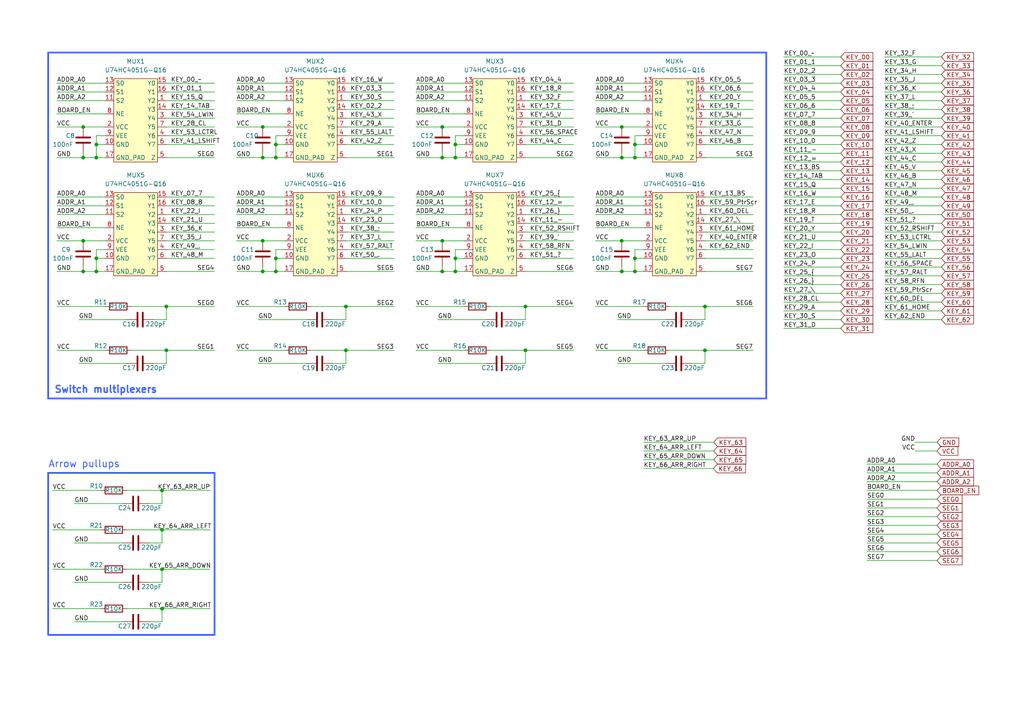
<source format=kicad_sch>
(kicad_sch (version 20231120) (generator "eeschema") (generator_version "8.0")
  (paper "A4")
  (lib_symbols
    (symbol "Device:C" (pin_numbers hide) (pin_names (offset 0.254))
      (property "Reference" "C" (at 0.635 2.54 0))
      (property "Value" "C" (at 0.635 -2.54 0))
      (symbol "C_0_1"
        (polyline (pts (xy -2.032 -0.762) (xy 2.032 -0.762)) (stroke (width 0.508)))
        (polyline (pts (xy -2.032 0.762) (xy 2.032 0.762)) (stroke (width 0.508)))
      )
      (symbol "C_1_1"
        (pin passive line (at 0 3.81 270) (length 2.794) (name "~") (number "1"))
        (pin passive line (at 0 -3.81 90) (length 2.794) (name "~") (number "2"))
      )
    )
    (symbol "Device:R" (pin_numbers hide) (pin_names (offset 0))
      (property "Reference" "R" (at 2.032 0 90))
      (property "Value" "R" (at 0 0 90))
      (symbol "R_0_1"
        (rectangle (start -1.016 -2.54) (end 1.016 2.54) (stroke (width 0.254)))
      )
      (symbol "R_1_1"
        (pin passive line (at 0 3.81 270) (length 1.27) (name "~") (number "1"))
        (pin passive line (at 0 -3.81 90) (length 1.27) (name "~") (number "2"))
      )
    )
    (symbol "U74HC4051G-Q16-3030-R:U74HC4051G-Q16-3030-R"
      (property "Reference" "MUX?" (at -6.35 6.35 0))
      (property "Value" "U74HC4051G-Q16" (at -6.35 8.89 0))
      (symbol "U74HC4051G-Q16-3030-R_0_1"
        (rectangle (start -5.08 5.08) (end -5.08 5.08))
        (rectangle (start -5.08 5.08) (end -5.08 5.08))
        (rectangle (start -5.08 5.08) (end -5.08 5.08))
        (rectangle (start -1.27 5.08) (end -1.27 5.08))
      )
      (symbol "U74HC4051G-Q16-3030-R_1_1"
        (rectangle (start -6.35 5.08) (end 6.35 -19.05) (fill (type background)))
        (pin bidirectional line (at 8.89 -1.27 180) (length 2.54) (name "Y2") (number "1"))
        (pin input line (at -8.89 -13.97 0) (length 2.54) (name "GND") (number "10"))
        (pin input line (at -8.89 -1.27 0) (length 2.54) (name "S2") (number "11"))
        (pin input line (at -8.89 1.27 0) (length 2.54) (name "S1") (number "12"))
        (pin input line (at -8.89 3.81 0) (length 2.54) (name "S0") (number "13"))
        (pin bidirectional line (at 8.89 -3.81 180) (length 2.54) (name "Y3") (number "14"))
        (pin bidirectional line (at 8.89 3.81 180) (length 2.54) (name "Y0") (number "15"))
        (pin bidirectional line (at 8.89 1.27 180) (length 2.54) (name "Y1") (number "16"))
        (pin bidirectional line (at -8.89 -17.78 0) (length 2.54) (name "GND_PAD") (number "17"))
        (pin input line (at -8.89 -8.89 0) (length 2.54) (name "VCC") (number "2"))
        (pin bidirectional line (at 8.89 -6.35 180) (length 2.54) (name "Y4") (number "3"))
        (pin bidirectional line (at 8.89 -11.43 180) (length 2.54) (name "Y6") (number "4"))
        (pin bidirectional line (at 8.89 -17.78 180) (length 2.54) (name "Z") (number "5"))
        (pin bidirectional line (at 8.89 -13.97 180) (length 2.54) (name "Y7") (number "6"))
        (pin bidirectional line (at 8.89 -8.89 180) (length 2.54) (name "Y5") (number "7"))
        (pin input line (at -8.89 -5.08 0) (length 2.54) (name "NE") (number "8"))
        (pin input line (at -8.89 -11.43 0) (length 2.54) (name "VEE") (number "9"))
      )
    )
  )
  (junction (at 152.4 101.6))
  (junction (at 27.94 45.72))
  (junction (at 132.08 45.72))
  (junction (at 132.08 41.91))
  (junction (at 76.2 78.74))
  (junction (at 184.15 45.72))
  (junction (at 46.99 142.24))
  (junction (at 180.34 36.83))
  (junction (at 24.13 78.74))
  (junction (at 76.2 45.72))
  (junction (at 100.33 101.6))
  (junction (at 24.13 69.85))
  (junction (at 180.34 69.85))
  (junction (at 132.08 74.93))
  (junction (at 24.13 36.83))
  (junction (at 204.47 101.6))
  (junction (at 184.15 41.91))
  (junction (at 27.94 78.74))
  (junction (at 152.4 88.9))
  (junction (at 48.26 88.9))
  (junction (at 46.99 153.67))
  (junction (at 128.27 36.83))
  (junction (at 180.34 78.74))
  (junction (at 204.47 88.9))
  (junction (at 27.94 74.93))
  (junction (at 46.99 165.1))
  (junction (at 80.01 74.93))
  (junction (at 184.15 78.74))
  (junction (at 76.2 69.85))
  (junction (at 80.01 45.72))
  (junction (at 27.94 41.91))
  (junction (at 24.13 45.72))
  (junction (at 132.08 78.74))
  (junction (at 80.01 41.91))
  (junction (at 48.26 101.6))
  (junction (at 184.15 74.93))
  (junction (at 128.27 69.85))
  (junction (at 180.34 45.72))
  (junction (at 128.27 78.74))
  (junction (at 100.33 88.9))
  (junction (at 80.01 78.74))
  (junction (at 128.27 45.72))
  (junction (at 46.99 176.53))
  (junction (at 76.2 36.83))
  (wire (pts (xy 227.33 54.61) (xy 243.84 54.61)))
  (wire (pts (xy 68.58 88.9) (xy 82.55 88.9)))
  (wire (pts (xy 48.26 101.6) (xy 62.23 101.6)))
  (wire (pts (xy 16.51 36.83) (xy 24.13 36.83)))
  (wire (pts (xy 251.46 160.02) (xy 271.78 160.02)))
  (wire (pts (xy 80.01 41.91) (xy 80.01 45.72)))
  (wire (pts (xy 132.08 41.91) (xy 132.08 45.72)))
  (wire (pts (xy 227.33 26.67) (xy 243.84 26.67)))
  (wire (pts (xy 16.51 59.69) (xy 30.48 59.69)))
  (wire (pts (xy 100.33 101.6) (xy 100.33 105.41)))
  (wire (pts (xy 227.33 29.21) (xy 243.84 29.21)))
  (wire (pts (xy 90.17 88.9) (xy 100.33 88.9)))
  (wire (pts (xy 186.69 128.27) (xy 207.01 128.27)))
  (wire (pts (xy 46.99 146.05) (xy 46.99 142.24)))
  (wire (pts (xy 48.26 105.41) (xy 48.26 101.6)))
  (wire (pts (xy 184.15 74.93) (xy 184.15 78.74)))
  (wire (pts (xy 132.08 78.74) (xy 134.62 78.74)))
  (wire (pts (xy 120.65 36.83) (xy 128.27 36.83)))
  (wire (pts (xy 256.54 29.21) (xy 273.05 29.21)))
  (wire (pts (xy 80.01 39.37) (xy 80.01 41.91)))
  (wire (pts (xy 256.54 69.85) (xy 273.05 69.85)))
  (wire (pts (xy 227.33 95.25) (xy 243.84 95.25)))
  (wire (pts (xy 120.65 33.02) (xy 134.62 33.02)))
  (wire (pts (xy 48.26 45.72) (xy 62.23 45.72)))
  (wire (pts (xy 134.62 39.37) (xy 132.08 39.37)))
  (wire (pts (xy 256.54 59.69) (xy 273.05 59.69)))
  (wire (pts (xy 256.54 26.67) (xy 273.05 26.67)))
  (wire (pts (xy 180.34 36.83) (xy 186.69 36.83)))
  (wire (pts (xy 152.4 101.6) (xy 152.4 105.41)))
  (wire (pts (xy 152.4 88.9) (xy 166.37 88.9)))
  (wire (pts (xy 152.4 29.21) (xy 166.37 29.21)))
  (wire (pts (xy 204.47 101.6) (xy 218.44 101.6)))
  (wire (pts (xy 100.33 59.69) (xy 114.3 59.69)))
  (wire (pts (xy 271.78 128.27) (xy 265.43 128.27)))
  (wire (pts (xy 152.4 74.93) (xy 166.37 74.93)))
  (wire (pts (xy 256.54 31.75) (xy 273.05 31.75)))
  (wire (pts (xy 100.33 88.9) (xy 114.3 88.9)))
  (wire (pts (xy 46.99 180.34) (xy 46.99 176.53)))
  (wire (pts (xy 148.59 92.71) (xy 152.4 92.71)))
  (wire (pts (xy 16.51 69.85) (xy 24.13 69.85)))
  (wire (pts (xy 152.4 41.91) (xy 166.37 41.91)))
  (wire (pts (xy 16.51 62.23) (xy 30.48 62.23)))
  (wire (pts (xy 16.51 66.04) (xy 30.48 66.04)))
  (wire (pts (xy 256.54 24.13) (xy 273.05 24.13)))
  (wire (pts (xy 152.4 34.29) (xy 166.37 34.29)))
  (wire (pts (xy 256.54 62.23) (xy 273.05 62.23)))
  (wire (pts (xy 76.2 45.72) (xy 80.01 45.72)))
  (wire (pts (xy 76.2 69.85) (xy 82.55 69.85)))
  (wire (pts (xy 16.51 101.6) (xy 30.48 101.6)))
  (wire (pts (xy 21.59 168.91) (xy 35.56 168.91)))
  (wire (pts (xy 128.27 44.45) (xy 128.27 45.72)))
  (wire (pts (xy 227.33 24.13) (xy 243.84 24.13)))
  (wire (pts (xy 120.65 66.04) (xy 134.62 66.04)))
  (wire (pts (xy 68.58 33.02) (xy 82.55 33.02)))
  (wire (pts (xy 48.26 34.29) (xy 62.23 34.29)))
  (wire (pts (xy 184.15 45.72) (xy 186.69 45.72)))
  (wire (pts (xy 80.01 74.93) (xy 82.55 74.93)))
  (wire (pts (xy 27.94 74.93) (xy 30.48 74.93)))
  (wire (pts (xy 21.59 180.34) (xy 35.56 180.34)))
  (wire (pts (xy 68.58 66.04) (xy 82.55 66.04)))
  (wire (pts (xy 38.1 101.6) (xy 48.26 101.6)))
  (wire (pts (xy 256.54 36.83) (xy 273.05 36.83)))
  (wire (pts (xy 68.58 29.21) (xy 82.55 29.21)))
  (wire (pts (xy 251.46 162.56) (xy 271.78 162.56)))
  (wire (pts (xy 180.34 78.74) (xy 184.15 78.74)))
  (wire (pts (xy 128.27 78.74) (xy 132.08 78.74)))
  (wire (pts (xy 48.26 24.13) (xy 62.23 24.13)))
  (wire (pts (xy 204.47 62.23) (xy 218.44 62.23)))
  (wire (pts (xy 256.54 90.17) (xy 273.05 90.17)))
  (wire (pts (xy 100.33 72.39) (xy 114.3 72.39)))
  (wire (pts (xy 251.46 154.94) (xy 271.78 154.94)))
  (wire (pts (xy 184.15 74.93) (xy 186.69 74.93)))
  (wire (pts (xy 128.27 77.47) (xy 128.27 78.74)))
  (wire (pts (xy 186.69 130.81) (xy 207.01 130.81)))
  (wire (pts (xy 100.33 29.21) (xy 114.3 29.21)))
  (wire (pts (xy 68.58 62.23) (xy 82.55 62.23)))
  (wire (pts (xy 46.99 142.24) (xy 60.96 142.24)))
  (wire (pts (xy 256.54 46.99) (xy 273.05 46.99)))
  (wire (pts (xy 22.86 105.41) (xy 36.83 105.41)))
  (wire (pts (xy 179.07 92.71) (xy 193.04 92.71)))
  (wire (pts (xy 120.65 57.15) (xy 134.62 57.15)))
  (wire (pts (xy 172.72 69.85) (xy 180.34 69.85)))
  (wire (pts (xy 80.01 45.72) (xy 82.55 45.72)))
  (wire (pts (xy 48.26 26.67) (xy 62.23 26.67)))
  (wire (pts (xy 204.47 78.74) (xy 218.44 78.74)))
  (wire (pts (xy 16.51 33.02) (xy 30.48 33.02)))
  (wire (pts (xy 204.47 31.75) (xy 218.44 31.75)))
  (wire (pts (xy 204.47 72.39) (xy 218.44 72.39)))
  (wire (pts (xy 15.24 165.1) (xy 29.21 165.1)))
  (wire (pts (xy 204.47 69.85) (xy 218.44 69.85)))
  (wire (pts (xy 152.4 59.69) (xy 166.37 59.69)))
  (wire (pts (xy 24.13 45.72) (xy 27.94 45.72)))
  (wire (pts (xy 68.58 24.13) (xy 82.55 24.13)))
  (wire (pts (xy 227.33 69.85) (xy 243.84 69.85)))
  (wire (pts (xy 186.69 135.89) (xy 207.01 135.89)))
  (wire (pts (xy 256.54 77.47) (xy 273.05 77.47)))
  (wire (pts (xy 204.47 64.77) (xy 218.44 64.77)))
  (wire (pts (xy 184.15 39.37) (xy 184.15 41.91)))
  (wire (pts (xy 36.83 153.67) (xy 46.99 153.67)))
  (wire (pts (xy 16.51 45.72) (xy 24.13 45.72)))
  (wire (pts (xy 256.54 16.51) (xy 273.05 16.51)))
  (wire (pts (xy 48.26 69.85) (xy 62.23 69.85)))
  (wire (pts (xy 256.54 67.31) (xy 273.05 67.31)))
  (wire (pts (xy 80.01 78.74) (xy 82.55 78.74)))
  (wire (pts (xy 227.33 90.17) (xy 243.84 90.17)))
  (wire (pts (xy 120.65 26.67) (xy 134.62 26.67)))
  (wire (pts (xy 251.46 157.48) (xy 271.78 157.48)))
  (wire (pts (xy 227.33 49.53) (xy 243.84 49.53)))
  (wire (pts (xy 24.13 69.85) (xy 30.48 69.85)))
  (wire (pts (xy 148.59 105.41) (xy 152.4 105.41)))
  (wire (pts (xy 48.26 36.83) (xy 62.23 36.83)))
  (wire (pts (xy 184.15 72.39) (xy 184.15 74.93)))
  (wire (pts (xy 100.33 34.29) (xy 114.3 34.29)))
  (wire (pts (xy 227.33 31.75) (xy 243.84 31.75)))
  (wire (pts (xy 204.47 41.91) (xy 218.44 41.91)))
  (wire (pts (xy 152.4 64.77) (xy 166.37 64.77)))
  (wire (pts (xy 48.26 92.71) (xy 48.26 88.9)))
  (wire (pts (xy 16.51 26.67) (xy 30.48 26.67)))
  (wire (pts (xy 132.08 74.93) (xy 134.62 74.93)))
  (wire (pts (xy 68.58 45.72) (xy 76.2 45.72)))
  (wire (pts (xy 24.13 44.45) (xy 24.13 45.72)))
  (wire (pts (xy 204.47 26.67) (xy 218.44 26.67)))
  (wire (pts (xy 227.33 44.45) (xy 243.84 44.45)))
  (wire (pts (xy 227.33 41.91) (xy 243.84 41.91)))
  (wire (pts (xy 100.33 62.23) (xy 114.3 62.23)))
  (wire (pts (xy 68.58 78.74) (xy 76.2 78.74)))
  (wire (pts (xy 80.01 74.93) (xy 80.01 78.74)))
  (wire (pts (xy 256.54 57.15) (xy 273.05 57.15)))
  (wire (pts (xy 120.65 101.6) (xy 134.62 101.6)))
  (wire (pts (xy 256.54 92.71) (xy 273.05 92.71)))
  (wire (pts (xy 76.2 36.83) (xy 82.55 36.83)))
  (wire (pts (xy 186.69 72.39) (xy 184.15 72.39)))
  (wire (pts (xy 251.46 152.4) (xy 271.78 152.4)))
  (wire (pts (xy 48.26 59.69) (xy 62.23 59.69)))
  (wire (pts (xy 180.34 69.85) (xy 186.69 69.85)))
  (wire (pts (xy 100.33 39.37) (xy 114.3 39.37)))
  (wire (pts (xy 152.4 39.37) (xy 166.37 39.37)))
  (wire (pts (xy 16.51 29.21) (xy 30.48 29.21)))
  (wire (pts (xy 74.93 105.41) (xy 88.9 105.41)))
  (wire (pts (xy 251.46 137.16) (xy 271.78 137.16)))
  (wire (pts (xy 227.33 77.47) (xy 243.84 77.47)))
  (wire (pts (xy 256.54 39.37) (xy 273.05 39.37)))
  (wire (pts (xy 204.47 45.72) (xy 218.44 45.72)))
  (wire (pts (xy 27.94 74.93) (xy 27.94 78.74)))
  (wire (pts (xy 43.18 180.34) (xy 46.99 180.34)))
  (wire (pts (xy 48.26 39.37) (xy 62.23 39.37)))
  (wire (pts (xy 227.33 19.05) (xy 243.84 19.05)))
  (wire (pts (xy 204.47 29.21) (xy 218.44 29.21)))
  (wire (pts (xy 68.58 101.6) (xy 82.55 101.6)))
  (wire (pts (xy 27.94 41.91) (xy 27.94 45.72)))
  (wire (pts (xy 82.55 39.37) (xy 80.01 39.37)))
  (wire (pts (xy 128.27 69.85) (xy 134.62 69.85)))
  (wire (pts (xy 68.58 26.67) (xy 82.55 26.67)))
  (wire (pts (xy 172.72 33.02) (xy 186.69 33.02)))
  (wire (pts (xy 152.4 36.83) (xy 166.37 36.83)))
  (wire (pts (xy 256.54 72.39) (xy 273.05 72.39)))
  (wire (pts (xy 48.26 88.9) (xy 62.23 88.9)))
  (wire (pts (xy 16.51 57.15) (xy 30.48 57.15)))
  (wire (pts (xy 152.4 101.6) (xy 166.37 101.6)))
  (wire (pts (xy 180.34 77.47) (xy 180.34 78.74)))
  (wire (pts (xy 172.72 101.6) (xy 186.69 101.6)))
  (wire (pts (xy 251.46 144.78) (xy 271.78 144.78)))
  (wire (pts (xy 152.4 62.23) (xy 166.37 62.23)))
  (wire (pts (xy 186.69 39.37) (xy 184.15 39.37)))
  (wire (pts (xy 227.33 92.71) (xy 243.84 92.71)))
  (wire (pts (xy 100.33 45.72) (xy 114.3 45.72)))
  (wire (pts (xy 127 92.71) (xy 140.97 92.71)))
  (wire (pts (xy 100.33 64.77) (xy 114.3 64.77)))
  (wire (pts (xy 16.51 88.9) (xy 30.48 88.9)))
  (wire (pts (xy 15.24 153.67) (xy 29.21 153.67)))
  (wire (pts (xy 200.66 105.41) (xy 204.47 105.41)))
  (wire (pts (xy 172.72 78.74) (xy 180.34 78.74)))
  (wire (pts (xy 251.46 142.24) (xy 271.78 142.24)))
  (wire (pts (xy 48.26 41.91) (xy 62.23 41.91)))
  (wire (pts (xy 27.94 41.91) (xy 30.48 41.91)))
  (wire (pts (xy 120.65 29.21) (xy 134.62 29.21)))
  (wire (pts (xy 46.99 176.53) (xy 60.96 176.53)))
  (wire (pts (xy 194.31 88.9) (xy 204.47 88.9)))
  (wire (pts (xy 100.33 67.31) (xy 114.3 67.31)))
  (wire (pts (xy 38.1 88.9) (xy 48.26 88.9)))
  (wire (pts (xy 27.94 72.39) (xy 27.94 74.93)))
  (wire (pts (xy 256.54 85.09) (xy 273.05 85.09)))
  (wire (pts (xy 27.94 45.72) (xy 30.48 45.72)))
  (wire (pts (xy 142.24 101.6) (xy 152.4 101.6)))
  (wire (pts (xy 152.4 24.13) (xy 166.37 24.13)))
  (wire (pts (xy 172.72 59.69) (xy 186.69 59.69)))
  (wire (pts (xy 186.69 133.35) (xy 207.01 133.35)))
  (wire (pts (xy 172.72 36.83) (xy 180.34 36.83)))
  (wire (pts (xy 227.33 21.59) (xy 243.84 21.59)))
  (wire (pts (xy 256.54 49.53) (xy 273.05 49.53)))
  (wire (pts (xy 227.33 57.15) (xy 243.84 57.15)))
  (wire (pts (xy 180.34 44.45) (xy 180.34 45.72)))
  (wire (pts (xy 251.46 134.62) (xy 271.78 134.62)))
  (wire (pts (xy 24.13 78.74) (xy 27.94 78.74)))
  (wire (pts (xy 80.01 72.39) (xy 80.01 74.93)))
  (wire (pts (xy 227.33 87.63) (xy 243.84 87.63)))
  (wire (pts (xy 152.4 88.9) (xy 152.4 92.71)))
  (wire (pts (xy 46.99 153.67) (xy 60.96 153.67)))
  (wire (pts (xy 46.99 157.48) (xy 46.99 153.67)))
  (wire (pts (xy 48.26 57.15) (xy 62.23 57.15)))
  (wire (pts (xy 172.72 29.21) (xy 186.69 29.21)))
  (wire (pts (xy 36.83 142.24) (xy 46.99 142.24)))
  (wire (pts (xy 15.24 142.24) (xy 29.21 142.24)))
  (wire (pts (xy 21.59 157.48) (xy 35.56 157.48)))
  (wire (pts (xy 46.99 168.91) (xy 46.99 165.1)))
  (wire (pts (xy 16.51 24.13) (xy 30.48 24.13)))
  (wire (pts (xy 256.54 52.07) (xy 273.05 52.07)))
  (wire (pts (xy 180.34 45.72) (xy 184.15 45.72)))
  (wire (pts (xy 256.54 19.05) (xy 273.05 19.05)))
  (wire (pts (xy 204.47 59.69) (xy 218.44 59.69)))
  (wire (pts (xy 27.94 39.37) (xy 27.94 41.91)))
  (wire (pts (xy 172.72 57.15) (xy 186.69 57.15)))
  (wire (pts (xy 184.15 78.74) (xy 186.69 78.74)))
  (wire (pts (xy 152.4 31.75) (xy 166.37 31.75)))
  (wire (pts (xy 172.72 66.04) (xy 186.69 66.04)))
  (wire (pts (xy 48.26 62.23) (xy 62.23 62.23)))
  (wire (pts (xy 251.46 147.32) (xy 271.78 147.32)))
  (wire (pts (xy 43.18 146.05) (xy 46.99 146.05)))
  (wire (pts (xy 100.33 36.83) (xy 114.3 36.83)))
  (wire (pts (xy 30.48 72.39) (xy 27.94 72.39)))
  (wire (pts (xy 172.72 45.72) (xy 180.34 45.72)))
  (wire (pts (xy 204.47 67.31) (xy 218.44 67.31)))
  (wire (pts (xy 152.4 57.15) (xy 166.37 57.15)))
  (wire (pts (xy 227.33 34.29) (xy 243.84 34.29)))
  (wire (pts (xy 256.54 21.59) (xy 273.05 21.59)))
  (wire (pts (xy 68.58 57.15) (xy 82.55 57.15)))
  (wire (pts (xy 48.26 64.77) (xy 62.23 64.77)))
  (wire (pts (xy 68.58 69.85) (xy 76.2 69.85)))
  (wire (pts (xy 120.65 88.9) (xy 134.62 88.9)))
  (wire (pts (xy 74.93 92.71) (xy 88.9 92.71)))
  (wire (pts (xy 256.54 74.93) (xy 273.05 74.93)))
  (wire (pts (xy 43.18 157.48) (xy 46.99 157.48)))
  (wire (pts (xy 271.78 130.81) (xy 265.43 130.81)))
  (wire (pts (xy 204.47 34.29) (xy 218.44 34.29)))
  (wire (pts (xy 204.47 36.83) (xy 218.44 36.83)))
  (wire (pts (xy 142.24 88.9) (xy 152.4 88.9)))
  (wire (pts (xy 256.54 82.55) (xy 273.05 82.55)))
  (wire (pts (xy 48.26 67.31) (xy 62.23 67.31)))
  (wire (pts (xy 132.08 39.37) (xy 132.08 41.91)))
  (wire (pts (xy 24.13 77.47) (xy 24.13 78.74)))
  (wire (pts (xy 204.47 88.9) (xy 204.47 92.71)))
  (wire (pts (xy 184.15 41.91) (xy 186.69 41.91)))
  (wire (pts (xy 194.31 101.6) (xy 204.47 101.6)))
  (wire (pts (xy 22.86 92.71) (xy 36.83 92.71)))
  (wire (pts (xy 15.24 176.53) (xy 29.21 176.53)))
  (wire (pts (xy 120.65 69.85) (xy 128.27 69.85)))
  (wire (pts (xy 256.54 41.91) (xy 273.05 41.91)))
  (wire (pts (xy 227.33 62.23) (xy 243.84 62.23)))
  (wire (pts (xy 256.54 80.01) (xy 273.05 80.01)))
  (wire (pts (xy 227.33 82.55) (xy 243.84 82.55)))
  (wire (pts (xy 120.65 45.72) (xy 128.27 45.72)))
  (wire (pts (xy 44.45 105.41) (xy 48.26 105.41)))
  (wire (pts (xy 132.08 72.39) (xy 132.08 74.93)))
  (wire (pts (xy 204.47 101.6) (xy 204.47 105.41)))
  (wire (pts (xy 43.18 168.91) (xy 46.99 168.91)))
  (wire (pts (xy 227.33 72.39) (xy 243.84 72.39)))
  (wire (pts (xy 48.26 74.93) (xy 62.23 74.93)))
  (wire (pts (xy 227.33 16.51) (xy 243.84 16.51)))
  (wire (pts (xy 48.26 78.74) (xy 62.23 78.74)))
  (wire (pts (xy 48.26 29.21) (xy 62.23 29.21)))
  (wire (pts (xy 204.47 24.13) (xy 218.44 24.13)))
  (wire (pts (xy 120.65 59.69) (xy 134.62 59.69)))
  (wire (pts (xy 100.33 26.67) (xy 114.3 26.67)))
  (wire (pts (xy 152.4 45.72) (xy 166.37 45.72)))
  (wire (pts (xy 227.33 67.31) (xy 243.84 67.31)))
  (wire (pts (xy 227.33 64.77) (xy 243.84 64.77)))
  (wire (pts (xy 204.47 57.15) (xy 218.44 57.15)))
  (wire (pts (xy 48.26 72.39) (xy 62.23 72.39)))
  (wire (pts (xy 256.54 87.63) (xy 273.05 87.63)))
  (wire (pts (xy 134.62 72.39) (xy 132.08 72.39)))
  (wire (pts (xy 100.33 88.9) (xy 100.33 92.71)))
  (wire (pts (xy 127 105.41) (xy 140.97 105.41)))
  (wire (pts (xy 256.54 64.77) (xy 273.05 64.77)))
  (wire (pts (xy 48.26 31.75) (xy 62.23 31.75)))
  (wire (pts (xy 100.33 31.75) (xy 114.3 31.75)))
  (wire (pts (xy 36.83 165.1) (xy 46.99 165.1)))
  (wire (pts (xy 152.4 26.67) (xy 166.37 26.67)))
  (wire (pts (xy 100.33 74.93) (xy 114.3 74.93)))
  (wire (pts (xy 100.33 57.15) (xy 114.3 57.15)))
  (wire (pts (xy 30.48 39.37) (xy 27.94 39.37)))
  (wire (pts (xy 256.54 44.45) (xy 273.05 44.45)))
  (wire (pts (xy 100.33 24.13) (xy 114.3 24.13)))
  (wire (pts (xy 256.54 34.29) (xy 273.05 34.29)))
  (wire (pts (xy 227.33 46.99) (xy 243.84 46.99)))
  (wire (pts (xy 204.47 39.37) (xy 218.44 39.37)))
  (wire (pts (xy 227.33 39.37) (xy 243.84 39.37)))
  (wire (pts (xy 24.13 36.83) (xy 30.48 36.83)))
  (wire (pts (xy 200.66 92.71) (xy 204.47 92.71)))
  (wire (pts (xy 46.99 165.1) (xy 60.96 165.1)))
  (wire (pts (xy 227.33 52.07) (xy 243.84 52.07)))
  (wire (pts (xy 256.54 54.61) (xy 273.05 54.61)))
  (wire (pts (xy 36.83 176.53) (xy 46.99 176.53)))
  (wire (pts (xy 152.4 69.85) (xy 166.37 69.85)))
  (wire (pts (xy 204.47 88.9) (xy 218.44 88.9)))
  (wire (pts (xy 227.33 74.93) (xy 243.84 74.93)))
  (wire (pts (xy 251.46 149.86) (xy 271.78 149.86)))
  (wire (pts (xy 179.07 105.41) (xy 193.04 105.41)))
  (wire (pts (xy 132.08 45.72) (xy 134.62 45.72)))
  (wire (pts (xy 120.65 78.74) (xy 128.27 78.74)))
  (wire (pts (xy 21.59 146.05) (xy 35.56 146.05)))
  (wire (pts (xy 128.27 36.83) (xy 134.62 36.83)))
  (wire (pts (xy 227.33 59.69) (xy 243.84 59.69)))
  (wire (pts (xy 100.33 78.74) (xy 114.3 78.74)))
  (wire (pts (xy 172.72 26.67) (xy 186.69 26.67)))
  (wire (pts (xy 152.4 78.74) (xy 166.37 78.74)))
  (wire (pts (xy 132.08 74.93) (xy 132.08 78.74)))
  (wire (pts (xy 120.65 24.13) (xy 134.62 24.13)))
  (wire (pts (xy 152.4 72.39) (xy 166.37 72.39)))
  (wire (pts (xy 82.55 72.39) (xy 80.01 72.39)))
  (wire (pts (xy 68.58 59.69) (xy 82.55 59.69)))
  (wire (pts (xy 96.52 92.71) (xy 100.33 92.71)))
  (wire (pts (xy 80.01 41.91) (xy 82.55 41.91)))
  (wire (pts (xy 68.58 36.83) (xy 76.2 36.83)))
  (wire (pts (xy 100.33 101.6) (xy 114.3 101.6)))
  (wire (pts (xy 251.46 139.7) (xy 271.78 139.7)))
  (wire (pts (xy 172.72 88.9) (xy 186.69 88.9)))
  (wire (pts (xy 96.52 105.41) (xy 100.33 105.41)))
  (wire (pts (xy 152.4 67.31) (xy 166.37 67.31)))
  (wire (pts (xy 76.2 77.47) (xy 76.2 78.74)))
  (wire (pts (xy 44.45 92.71) (xy 48.26 92.71)))
  (wire (pts (xy 128.27 45.72) (xy 132.08 45.72)))
  (wire (pts (xy 172.72 62.23) (xy 186.69 62.23)))
  (wire (pts (xy 100.33 41.91) (xy 114.3 41.91)))
  (wire (pts (xy 27.94 78.74) (xy 30.48 78.74)))
  (wire (pts (xy 204.47 74.93) (xy 218.44 74.93)))
  (wire (pts (xy 172.72 24.13) (xy 186.69 24.13)))
  (wire (pts (xy 184.15 41.91) (xy 184.15 45.72)))
  (wire (pts (xy 100.33 69.85) (xy 114.3 69.85)))
  (wire (pts (xy 132.08 41.91) (xy 134.62 41.91)))
  (wire (pts (xy 76.2 78.74) (xy 80.01 78.74)))
  (wire (pts (xy 227.33 80.01) (xy 243.84 80.01)))
  (wire (pts (xy 76.2 44.45) (xy 76.2 45.72)))
  (wire (pts (xy 227.33 85.09) (xy 243.84 85.09)))
  (wire (pts (xy 120.65 62.23) (xy 134.62 62.23)))
  (wire (pts (xy 16.51 78.74) (xy 24.13 78.74)))
  (wire (pts (xy 90.17 101.6) (xy 100.33 101.6)))
  (wire (pts (xy 227.33 36.83) (xy 243.84 36.83)))
  (rectangle (start 13.97 15.24) (end 222.25 115.57) (stroke (width 0.5) (color 59 93 255 1)))
  (rectangle (start 13.97 137.16) (end 62.23 184.15) (stroke (width 0.5) (color 59 93 255 1)))
  (text "Arrow pullups\n" (at 13.97 135.89 0) (effects (font (size 2 2) (thickness 0.254) (bold yes)) (justify left bottom)))
  (text "Switch multiplexers" (at 45.72 114.3 0) (effects (font (size 2 2) (thickness 0.4) (bold yes)) (justify right bottom)))
  (label "KEY_54_LWIN" (at 49.53 34.29 0))
  (label "KEY_22_I" (at 227.33 72.39 0))
  (label "KEY_40_ENTER" (at 256.54 36.83 0))
  (label "KEY_64_ARR_LEFT" (at 186.69 130.81 0))
  (label "KEY_15_Q" (at 227.33 54.61 0))
  (label "SEG6" (at 161.29 78.74 0))
  (label "KEY_65_ARR_DOWN" (at 43.18 165.1 0))
  (label "BOARD_EN" (at 251.46 142.24 0))
  (label "KEY_25_{" (at 153.67 57.15 0))
  (label "VCC" (at 265.43 130.81 180))
  (label "KEY_12_=" (at 227.33 46.99 0))
  (label "ADDR_A2" (at 172.72 29.21 0))
  (label "SEG1" (at 109.22 45.72 0))
  (label "KEY_40_ENTER" (at 205.74 69.85 0))
  (label "KEY_02_2" (at 227.33 21.59 0))
  (label "KEY_27_\\" (at 205.74 64.77 0))
  (label "KEY_56_SPACE" (at 256.54 77.47 0))
  (label "ADDR_A0" (at 16.51 24.13 0))
  (label "SEG1" (at 251.46 147.32 0))
  (label "SEG0" (at 57.15 45.72 0))
  (label "SEG6" (at 213.36 88.9 0))
  (label "KEY_34_H" (at 205.74 34.29 0))
  (label "BOARD_EN" (at 16.51 33.02 0))
  (label "KEY_36_K" (at 256.54 26.67 0))
  (label "KEY_02_2" (at 101.6 31.75 0))
  (label "KEY_27_\\" (at 227.33 85.09 0))
  (label "ADDR_A1" (at 172.72 26.67 0))
  (label "ADDR_A2" (at 120.65 29.21 0))
  (label "ADDR_A0" (at 120.65 24.13 0))
  (label "KEY_17_E" (at 153.67 31.75 0))
  (label "GND" (at 68.58 45.72 0))
  (label "KEY_15_Q" (at 49.53 29.21 0))
  (label "GND" (at 74.93 92.71 0))
  (label "VCC" (at 16.51 69.85 0))
  (label "ADDR_A0" (at 16.51 57.15 0))
  (label "VCC" (at 15.24 165.1 0))
  (label "KEY_17_E" (at 227.33 59.69 0))
  (label "KEY_63_ARR_UP" (at 45.72 142.24 0))
  (label "SEG2" (at 109.22 88.9 0))
  (label "GND" (at 127 92.71 0))
  (label "VCC" (at 172.72 69.85 0))
  (label "SEG5" (at 251.46 157.48 0))
  (label "KEY_23_O" (at 227.33 74.93 0))
  (label "ADDR_A0" (at 251.46 134.62 0))
  (label "KEY_46_B" (at 205.74 41.91 0))
  (label "KEY_05_5" (at 227.33 29.21 0))
  (label "KEY_01_1" (at 49.53 26.67 0))
  (label "VCC" (at 120.65 88.9 0))
  (label "GND" (at 21.59 180.34 0))
  (label "KEY_04_4" (at 153.67 24.13 0))
  (label "VCC" (at 172.72 88.9 0))
  (label "KEY_44_C" (at 153.67 41.91 0))
  (label "SEG7" (at 251.46 162.56 0))
  (label "ADDR_A2" (at 251.46 139.7 0))
  (label "BOARD_EN" (at 120.65 66.04 0))
  (label "KEY_28_CL" (at 227.2038 87.63 0))
  (label "KEY_10_0" (at 227.33 41.91 0))
  (label "KEY_48_M" (at 49.53 74.93 0))
  (label "SEG4" (at 161.29 88.9 0))
  (label "KEY_54_LWIN" (at 256.54 72.39 0))
  (label "ADDR_A2" (at 16.51 29.21 0))
  (label "KEY_33_G" (at 256.54 19.05 0))
  (label "SEG1" (at 57.15 101.6 0))
  (label "KEY_35_J" (at 256.54 24.13 0))
  (label "ADDR_A1" (at 16.51 26.67 0))
  (label "KEY_23_O" (at 101.6 64.77 0))
  (label "SEG3" (at 213.36 45.72 0))
  (label "ADDR_A0" (at 172.72 24.13 0))
  (label "KEY_21_U" (at 49.53 64.77 0))
  (label "KEY_09_9" (at 101.6 57.15 0))
  (label "VCC" (at 120.65 69.85 0))
  (label "KEY_47_N" (at 256.54 54.61 0))
  (label "ADDR_A1" (at 68.58 26.67 0))
  (label "KEY_07_7" (at 49.53 57.15 0))
  (label "KEY_62_END" (at 205.74 72.39 0))
  (label "SEG3" (at 109.22 101.6 0))
  (label "KEY_39_'" (at 153.67 69.85 0))
  (label "KEY_48_M" (at 256.54 57.15 0))
  (label "GND" (at 16.51 78.74 0))
  (label "BOARD_EN" (at 68.58 66.04 0))
  (label "KEY_18_R" (at 153.67 26.67 0))
  (label "KEY_45_V" (at 153.67 34.29 0))
  (label "KEY_37_L" (at 256.54 29.21 0))
  (label "GND" (at 120.65 45.72 0))
  (label "KEY_11_-" (at 153.67 64.77 0))
  (label "KEY_14_TAB" (at 49.53 31.75 0))
  (label "GND" (at 22.86 105.41 0))
  (label "SEG5" (at 109.22 78.74 0))
  (label "ADDR_A2" (at 68.58 62.23 0))
  (label "ADDR_A0" (at 172.72 57.15 0))
  (label "GND" (at 179.07 92.71 0))
  (label "KEY_35_J" (at 49.53 69.85 0))
  (label "GND" (at 21.59 168.91 0))
  (label "KEY_38_;" (at 101.6 67.31 0))
  (label "KEY_50_." (at 101.6 74.93 0))
  (label "KEY_01_1" (at 227.33 19.05 0))
  (label "KEY_52_RSHIFT" (at 153.67 67.31 0))
  (label "KEY_59_PtrScr" (at 205.74 59.69 0))
  (label "KEY_04_4" (at 227.33 26.67 0))
  (label "VCC" (at 120.65 101.6 0))
  (label "ADDR_A1" (at 120.65 26.67 0))
  (label "KEY_30_S" (at 101.6 29.21 0))
  (label "ADDR_A1" (at 120.65 59.69 0))
  (label "VCC" (at 16.51 101.6 0))
  (label "KEY_21_U" (at 227.33 69.85 0))
  (label "SEG7" (at 213.36 78.74 0))
  (label "KEY_47_N" (at 205.74 39.37 0))
  (label "KEY_13_BS" (at 227.33 49.53 0))
  (label "KEY_26_}" (at 227.33 82.55 0))
  (label "KEY_08_8" (at 227.33 36.83 0))
  (label "KEY_57_RALT" (at 101.6 72.39 0))
  (label "BOARD_EN" (at 172.72 66.04 0))
  (label "KEY_55_LALT" (at 256.54 74.93 0))
  (label "KEY_24_P" (at 101.6 62.23 0))
  (label "VCC" (at 15.24 153.67 0))
  (label "SEG7" (at 213.36 101.6 0))
  (label "KEY_66_ARR_RIGHT" (at 186.69 135.89 0))
  (label "KEY_10_0" (at 101.6 59.69 0))
  (label "GND" (at 172.72 78.74 0))
  (label "ADDR_A0" (at 120.65 57.15 0))
  (label "KEY_49_," (at 49.53 72.39 0))
  (label "VCC" (at 68.58 88.9 0))
  (label "KEY_18_R" (at 227.33 62.23 0))
  (label "VCC" (at 68.58 101.6 0))
  (label "KEY_41_LSHIFT" (at 49.53 41.91 0))
  (label "VCC" (at 68.58 69.85 0))
  (label "ADDR_A1" (at 172.72 59.69 0))
  (label "ADDR_A2" (at 120.65 62.23 0))
  (label "KEY_65_ARR_DOWN" (at 186.69 133.35 0))
  (label "VCC" (at 120.65 36.83 0))
  (label "SEG2" (at 161.29 45.72 0))
  (label "KEY_37_L" (at 101.6 69.85 0))
  (label "KEY_20_Y" (at 205.74 29.21 0))
  (label "KEY_32_F" (at 153.67 29.21 0))
  (label "KEY_45_V" (at 256.54 49.53 0))
  (label "ADDR_A1" (at 68.58 59.69 0))
  (label "ADDR_A0" (at 68.58 57.15 0))
  (label "ADDR_A1" (at 251.46 137.16 0))
  (label "KEY_43_X" (at 256.54 44.45 0))
  (label "KEY_25_{" (at 227.33 80.01 0))
  (label "KEY_55_LALT" (at 101.6 39.37 0))
  (label "KEY_63_ARR_UP" (at 186.69 128.27 0))
  (label "KEY_51_?" (at 256.54 64.77 0))
  (label "KEY_16_W" (at 101.6 24.13 0))
  (label "KEY_06_6" (at 227.33 31.75 0))
  (label "KEY_64_ARR_LEFT" (at 44.45 153.67 0))
  (label "VCC" (at 68.58 36.83 0))
  (label "KEY_61_HOME" (at 205.74 67.31 0))
  (label "KEY_31_D" (at 153.67 36.83 0))
  (label "KEY_43_X" (at 101.6 34.29 0))
  (label "KEY_03_3" (at 227.33 24.13 0))
  (label "GND" (at 21.59 157.48 0))
  (label "KEY_05_5" (at 205.74 24.13 0))
  (label "GND" (at 172.72 45.72 0))
  (label "BOARD_EN" (at 16.51 66.04 0))
  (label "KEY_46_B" (at 256.54 52.07 0))
  (label "KEY_52_RSHIFT" (at 256.54 67.31 0))
  (label "KEY_41_LSHIFT" (at 256.54 39.37 0))
  (label "VCC" (at 15.24 176.53 0))
  (label "KEY_22_I" (at 49.53 62.23 0))
  (label "KEY_08_8" (at 49.53 59.69 0))
  (label "SEG4" (at 251.46 154.94 0))
  (label "KEY_58_RFN" (at 256.54 82.55 0))
  (label "KEY_03_3" (at 101.6 26.67 0))
  (label "KEY_58_RFN" (at 153.67 72.39 0))
  (label "GND" (at 179.07 105.41 0))
  (label "KEY_62_END" (at 256.54 92.71 0))
  (label "KEY_49_," (at 256.54 59.69 0))
  (label "KEY_12_=" (at 153.67 59.69 0))
  (label "VCC" (at 16.51 36.83 0))
  (label "KEY_33_G" (at 205.74 36.83 0))
  (label "SEG6" (at 251.46 160.02 0))
  (label "BOARD_EN" (at 172.72 33.02 0))
  (label "SEG4" (at 57.15 78.74 0))
  (label "KEY_56_SPACE" (at 153.67 39.37 0))
  (label "GND" (at 21.59 146.05 0))
  (label "SEG2" (at 251.46 149.86 0))
  (label "KEY_50_." (at 256.54 62.23 0))
  (label "KEY_59_PtrScr" (at 256.54 85.09 0))
  (label "BOARD_EN" (at 68.58 33.02 0))
  (label "KEY_29_A" (at 227.33 90.17 0))
  (label "KEY_60_DEL" (at 205.74 62.23 0))
  (label "ADDR_A2" (at 16.51 62.23 0))
  (label "KEY_14_TAB" (at 227.33 52.07 0))
  (label "GND" (at 22.86 92.71 0))
  (label "KEY_20_Y" (at 227.33 67.31 0))
  (label "KEY_07_7" (at 227.33 34.29 0))
  (label "KEY_51_?" (at 153.67 74.93 0))
  (label "KEY_30_S" (at 227.33 92.71 0))
  (label "KEY_13_BS" (at 205.74 57.15 0))
  (label "GND" (at 74.93 105.41 0))
  (label "KEY_32_F" (at 256.54 16.51 0))
  (label "KEY_53_LCTRL" (at 256.54 69.85 0))
  (label "BOARD_EN" (at 120.65 33.02 0))
  (label "KEY_29_A" (at 101.6 36.83 0))
  (label "SEG5" (at 161.29 101.6 0))
  (label "SEG0" (at 251.46 144.78 0))
  (label "KEY_44_C" (at 256.54 46.99 0))
  (label "ADDR_A2" (at 172.72 62.23 0))
  (label "GND" (at 16.51 45.72 0))
  (label "GND" (at 120.65 78.74 0))
  (label "SEG0" (at 57.15 88.9 0))
  (label "KEY_19_T" (at 227.33 64.77 0))
  (label "KEY_28_CL" (at 49.53 36.83 0))
  (label "GND" (at 265.43 128.27 180))
  (label "KEY_57_RALT" (at 256.54 80.01 0))
  (label "GND" (at 127 105.41 0))
  (label "KEY_42_Z" (at 256.54 41.91 0))
  (label "KEY_61_HOME" (at 256.54 90.17 0))
  (label "KEY_19_T" (at 205.74 31.75 0))
  (label "KEY_34_H" (at 256.54 21.59 0))
  (label "KEY_24_P" (at 227.33 77.47 0))
  (label "KEY_00_~" (at 227.33 16.51 0))
  (label "VCC" (at 172.72 36.83 0))
  (label "VCC" (at 15.24 142.24 0))
  (label "VCC" (at 172.72 101.6 0))
  (label "KEY_11_-" (at 227.33 44.45 0))
  (label "KEY_36_K" (at 49.53 67.31 0))
  (label "ADDR_A2" (at 68.58 29.21 0))
  (label "KEY_42_Z" (at 101.6 41.91 0))
  (label "KEY_31_D" (at 227.33 95.25 0))
  (label "KEY_16_W" (at 227.33 57.15 0))
  (label "KEY_00_~" (at 49.53 24.13 0))
  (label "ADDR_A1" (at 16.51 59.69 0))
  (label "ADDR_A0" (at 68.58 24.13 0))
  (label "SEG3" (at 251.46 152.4 0))
  (label "KEY_53_LCTRL" (at 49.53 39.37 0))
  (label "KEY_39_'" (at 256.54 34.29 0))
  (label "KEY_26_}" (at 153.67 62.23 0))
  (label "KEY_38_;" (at 256.54 31.75 0))
  (label "KEY_66_ARR_RIGHT" (at 43.18 176.53 0))
  (label "GND" (at 68.58 78.74 0))
  (label "VCC" (at 16.51 88.9 0))
  (label "KEY_09_9" (at 227.33 39.37 0))
  (label "KEY_06_6" (at 205.74 26.67 0))
  (label "KEY_60_DEL" (at 256.54 87.63 0))
  (global_label "KEY_40" (shape input) (at 273.05 36.83 0) (property "Intersheetrefs" "${INTERSHEET_REFS}" (effects (hide yes))))
  (global_label "KEY_24" (shape input) (at 243.84 77.47 0) (property "Intersheetrefs" "${INTERSHEET_REFS}" (effects (hide yes))))
  (global_label "KEY_38" (shape input) (at 273.05 31.75 0) (property "Intersheetrefs" "${INTERSHEET_REFS}" (effects (hide yes))))
  (global_label "KEY_33" (shape input) (at 273.05 19.05 0) (property "Intersheetrefs" "${INTERSHEET_REFS}" (effects (hide yes))))
  (global_label "KEY_49" (shape input) (at 273.05 59.69 0) (property "Intersheetrefs" "${INTERSHEET_REFS}" (effects (hide yes))))
  (global_label "KEY_65" (shape input) (at 207.01 133.35 0) (property "Intersheetrefs" "${INTERSHEET_REFS}" (effects (hide yes))))
  (global_label "KEY_31" (shape input) (at 243.84 95.25 0) (property "Intersheetrefs" "${INTERSHEET_REFS}" (effects (hide yes))))
  (global_label "KEY_59" (shape input) (at 273.05 85.09 0) (property "Intersheetrefs" "${INTERSHEET_REFS}" (effects (hide yes))))
  (global_label "KEY_16" (shape input) (at 243.84 57.15 0) (property "Intersheetrefs" "${INTERSHEET_REFS}" (effects (hide yes))))
  (global_label "SEG4" (shape input) (at 271.78 154.94 0) (property "Intersheetrefs" "${INTERSHEET_REFS}" (effects (hide yes))))
  (global_label "ADDR_A1" (shape input) (at 271.78 137.16 0) (property "Intersheetrefs" "${INTERSHEET_REFS}" (effects (hide yes))))
  (global_label "BOARD_EN" (shape input) (at 271.78 142.24 0) (property "Intersheetrefs" "${INTERSHEET_REFS}" (effects (hide yes))))
  (global_label "KEY_29" (shape input) (at 243.84 90.17 0) (property "Intersheetrefs" "${INTERSHEET_REFS}" (effects (hide yes))))
  (global_label "KEY_06" (shape input) (at 243.84 31.75 0) (property "Intersheetrefs" "${INTERSHEET_REFS}" (effects (hide yes))))
  (global_label "SEG3" (shape input) (at 271.78 152.4 0) (property "Intersheetrefs" "${INTERSHEET_REFS}" (effects (hide yes))))
  (global_label "KEY_57" (shape input) (at 273.05 80.01 0) (property "Intersheetrefs" "${INTERSHEET_REFS}" (effects (hide yes))))
  (global_label "KEY_00" (shape input) (at 243.84 16.51 0) (property "Intersheetrefs" "${INTERSHEET_REFS}" (effects (hide yes))))
  (global_label "GND" (shape input) (at 271.78 128.27 0) (property "Intersheetrefs" "${INTERSHEET_REFS}" (effects (hide yes))))
  (global_label "KEY_11" (shape input) (at 243.84 44.45 0) (property "Intersheetrefs" "${INTERSHEET_REFS}" (effects (hide yes))))
  (global_label "KEY_48" (shape input) (at 273.05 57.15 0) (property "Intersheetrefs" "${INTERSHEET_REFS}" (effects (hide yes))))
  (global_label "KEY_13" (shape input) (at 243.84 49.53 0) (property "Intersheetrefs" "${INTERSHEET_REFS}" (effects (hide yes))))
  (global_label "KEY_22" (shape input) (at 243.84 72.39 0) (property "Intersheetrefs" "${INTERSHEET_REFS}" (effects (hide yes))))
  (global_label "KEY_53" (shape input) (at 273.05 69.85 0) (property "Intersheetrefs" "${INTERSHEET_REFS}" (effects (hide yes))))
  (global_label "KEY_58" (shape input) (at 273.05 82.55 0) (property "Intersheetrefs" "${INTERSHEET_REFS}" (effects (hide yes))))
  (global_label "KEY_64" (shape input) (at 207.01 130.81 0) (property "Intersheetrefs" "${INTERSHEET_REFS}" (effects (hide yes))))
  (global_label "KEY_09" (shape input) (at 243.84 39.37 0) (property "Intersheetrefs" "${INTERSHEET_REFS}" (effects (hide yes))))
  (global_label "KEY_52" (shape input) (at 273.05 67.31 0) (property "Intersheetrefs" "${INTERSHEET_REFS}" (effects (hide yes))))
  (global_label "KEY_14" (shape input) (at 243.84 52.07 0) (property "Intersheetrefs" "${INTERSHEET_REFS}" (effects (hide yes))))
  (global_label "KEY_25" (shape input) (at 243.84 80.01 0) (property "Intersheetrefs" "${INTERSHEET_REFS}" (effects (hide yes))))
  (global_label "KEY_08" (shape input) (at 243.84 36.83 0) (property "Intersheetrefs" "${INTERSHEET_REFS}" (effects (hide yes))))
  (global_label "KEY_10" (shape input) (at 243.84 41.91 0) (property "Intersheetrefs" "${INTERSHEET_REFS}" (effects (hide yes))))
  (global_label "SEG7" (shape input) (at 271.78 162.56 0) (property "Intersheetrefs" "${INTERSHEET_REFS}" (effects (hide yes))))
  (global_label "KEY_26" (shape input) (at 243.84 82.55 0) (property "Intersheetrefs" "${INTERSHEET_REFS}" (effects (hide yes))))
  (global_label "ADDR_A2" (shape input) (at 271.78 139.7 0) (property "Intersheetrefs" "${INTERSHEET_REFS}" (effects (hide yes))))
  (global_label "KEY_37" (shape input) (at 273.05 29.21 0) (property "Intersheetrefs" "${INTERSHEET_REFS}" (effects (hide yes))))
  (global_label "KEY_46" (shape input) (at 273.05 52.07 0) (property "Intersheetrefs" "${INTERSHEET_REFS}" (effects (hide yes))))
  (global_label "SEG6" (shape input) (at 271.78 160.02 0) (property "Intersheetrefs" "${INTERSHEET_REFS}" (effects (hide yes))))
  (global_label "KEY_17" (shape input) (at 243.84 59.69 0) (property "Intersheetrefs" "${INTERSHEET_REFS}" (effects (hide yes))))
  (global_label "KEY_23" (shape input) (at 243.84 74.93 0) (property "Intersheetrefs" "${INTERSHEET_REFS}" (effects (hide yes))))
  (global_label "KEY_03" (shape input) (at 243.84 24.13 0) (property "Intersheetrefs" "${INTERSHEET_REFS}" (effects (hide yes))))
  (global_label "KEY_43" (shape input) (at 273.05 44.45 0) (property "Intersheetrefs" "${INTERSHEET_REFS}" (effects (hide yes))))
  (global_label "KEY_20" (shape input) (at 243.84 67.31 0) (property "Intersheetrefs" "${INTERSHEET_REFS}" (effects (hide yes))))
  (global_label "KEY_51" (shape input) (at 273.05 64.77 0) (property "Intersheetrefs" "${INTERSHEET_REFS}" (effects (hide yes))))
  (global_label "KEY_60" (shape input) (at 273.05 87.63 0) (property "Intersheetrefs" "${INTERSHEET_REFS}" (effects (hide yes))))
  (global_label "SEG1" (shape input) (at 271.78 147.32 0) (property "Intersheetrefs" "${INTERSHEET_REFS}" (effects (hide yes))))
  (global_label "KEY_19" (shape input) (at 243.84 64.77 0) (property "Intersheetrefs" "${INTERSHEET_REFS}" (effects (hide yes))))
  (global_label "KEY_02" (shape input) (at 243.84 21.59 0) (property "Intersheetrefs" "${INTERSHEET_REFS}" (effects (hide yes))))
  (global_label "KEY_47" (shape input) (at 273.05 54.61 0) (property "Intersheetrefs" "${INTERSHEET_REFS}" (effects (hide yes))))
  (global_label "KEY_41" (shape input) (at 273.05 39.37 0) (property "Intersheetrefs" "${INTERSHEET_REFS}" (effects (hide yes))))
  (global_label "KEY_01" (shape input) (at 243.84 19.05 0) (property "Intersheetrefs" "${INTERSHEET_REFS}" (effects (hide yes))))
  (global_label "KEY_07" (shape input) (at 243.84 34.29 0) (property "Intersheetrefs" "${INTERSHEET_REFS}" (effects (hide yes))))
  (global_label "KEY_21" (shape input) (at 243.84 69.85 0) (property "Intersheetrefs" "${INTERSHEET_REFS}" (effects (hide yes))))
  (global_label "KEY_12" (shape input) (at 243.84 46.99 0) (property "Intersheetrefs" "${INTERSHEET_REFS}" (effects (hide yes))))
  (global_label "SEG2" (shape input) (at 271.78 149.86 0) (property "Intersheetrefs" "${INTERSHEET_REFS}" (effects (hide yes))))
  (global_label "KEY_28" (shape input) (at 243.84 87.63 0) (property "Intersheetrefs" "${INTERSHEET_REFS}" (effects (hide yes))))
  (global_label "KEY_34" (shape input) (at 273.05 21.59 0) (property "Intersheetrefs" "${INTERSHEET_REFS}" (effects (hide yes))))
  (global_label "KEY_63" (shape input) (at 207.01 128.27 0) (property "Intersheetrefs" "${INTERSHEET_REFS}" (effects (hide yes))))
  (global_label "KEY_04" (shape input) (at 243.84 26.67 0) (property "Intersheetrefs" "${INTERSHEET_REFS}" (effects (hide yes))))
  (global_label "KEY_18" (shape input) (at 243.84 62.23 0) (property "Intersheetrefs" "${INTERSHEET_REFS}" (effects (hide yes))))
  (global_label "KEY_15" (shape input) (at 243.84 54.61 0) (property "Intersheetrefs" "${INTERSHEET_REFS}" (effects (hide yes))))
  (global_label "KEY_42" (shape input) (at 273.05 41.91 0) (property "Intersheetrefs" "${INTERSHEET_REFS}" (effects (hide yes))))
  (global_label "KEY_32" (shape input) (at 273.05 16.51 0) (property "Intersheetrefs" "${INTERSHEET_REFS}" (effects (hide yes))))
  (global_label "KEY_05" (shape input) (at 243.84 29.21 0) (property "Intersheetrefs" "${INTERSHEET_REFS}" (effects (hide yes))))
  (global_label "KEY_62" (shape input) (at 273.05 92.71 0) (property "Intersheetrefs" "${INTERSHEET_REFS}" (effects (hide yes))))
  (global_label "KEY_45" (shape input) (at 273.05 49.53 0) (property "Intersheetrefs" "${INTERSHEET_REFS}" (effects (hide yes))))
  (global_label "KEY_44" (shape input) (at 273.05 46.99 0) (property "Intersheetrefs" "${INTERSHEET_REFS}" (effects (hide yes))))
  (global_label "KEY_27" (shape input) (at 243.84 85.09 0) (property "Intersheetrefs" "${INTERSHEET_REFS}" (effects (hide yes))))
  (global_label "KEY_39" (shape input) (at 273.05 34.29 0) (property "Intersheetrefs" "${INTERSHEET_REFS}" (effects (hide yes))))
  (global_label "KEY_36" (shape input) (at 273.05 26.67 0) (property "Intersheetrefs" "${INTERSHEET_REFS}" (effects (hide yes))))
  (global_label "KEY_61" (shape input) (at 273.05 90.17 0) (property "Intersheetrefs" "${INTERSHEET_REFS}" (effects (hide yes))))
  (global_label "SEG0" (shape input) (at 271.78 144.78 0) (property "Intersheetrefs" "${INTERSHEET_REFS}" (effects (hide yes))))
  (global_label "VCC" (shape input) (at 271.78 130.81 0) (property "Intersheetrefs" "${INTERSHEET_REFS}" (effects (hide yes))))
  (global_label "KEY_35" (shape input) (at 273.05 24.13 0) (property "Intersheetrefs" "${INTERSHEET_REFS}" (effects (hide yes))))
  (global_label "KEY_66" (shape input) (at 206.9001 135.89 0) (property "Intersheetrefs" "${INTERSHEET_REFS}" (effects (hide yes))))
  (global_label "KEY_56" (shape input) (at 273.05 77.47 0) (property "Intersheetrefs" "${INTERSHEET_REFS}" (effects (hide yes))))
  (global_label "KEY_30" (shape input) (at 243.84 92.71 0) (property "Intersheetrefs" "${INTERSHEET_REFS}" (effects (hide yes))))
  (global_label "ADDR_A0" (shape input) (at 271.78 134.62 0) (property "Intersheetrefs" "${INTERSHEET_REFS}" (effects (hide yes))))
  (global_label "KEY_55" (shape input) (at 273.05 74.93 0) (property "Intersheetrefs" "${INTERSHEET_REFS}" (effects (hide yes))))
  (global_label "SEG5" (shape input) (at 271.78 157.48 0) (property "Intersheetrefs" "${INTERSHEET_REFS}" (effects (hide yes))))
  (global_label "KEY_50" (shape input) (at 273.05 62.23 0) (property "Intersheetrefs" "${INTERSHEET_REFS}" (effects (hide yes))))
  (global_label "KEY_54" (shape input) (at 273.05 72.39 0) (property "Intersheetrefs" "${INTERSHEET_REFS}" (effects (hide yes))))
  (symbol (lib_id "U74HC4051G-Q16-3030-R:U74HC4051G-Q16-3030-R") (at 143.51 60.96 0) (unit 1)
    (property "Reference" "MUX7" (at 143.51 50.8 0))
    (property "Value" "U74HC4051G-Q16" (at 143.51 53.34 0))
    (property "Footprint" "Package_DFN_QFN:QFN-16-1EP_3x3mm_P0.5mm_EP1.7x1.7mm" (effects (hide yes)))
  )
  (symbol (lib_id "Device:C") (at 92.71 92.71 90) (unit 1)
    (property "Reference" "C18" (at 91.44 93.98 90) (effects (justify left)))
    (property "Value" "220pF" (at 100.33 93.98 90) (effects (justify left)))
    (property "Footprint" "Capacitor_SMD:C_0402_1005Metric" (effects (hide yes)))
  )
  (symbol (lib_id "Device:C") (at 196.85 92.71 90) (unit 1)
    (property "Reference" "C22" (at 195.58 93.98 90) (effects (justify left)))
    (property "Value" "220pF" (at 204.47 93.98 90) (effects (justify left)))
    (property "Footprint" "Capacitor_SMD:C_0402_1005Metric" (effects (hide yes)))
  )
  (symbol (lib_id "Device:C") (at 144.78 105.41 90) (unit 1)
    (property "Reference" "C21" (at 143.51 106.68 90) (effects (justify left)))
    (property "Value" "220pF" (at 152.4 106.68 90) (effects (justify left)))
    (property "Footprint" "Capacitor_SMD:C_0402_1005Metric" (effects (hide yes)))
  )
  (symbol (lib_id "Device:R") (at 34.29 88.9 90) (unit 1)
    (property "Reference" "R11" (at 29.21 87.63 90))
    (property "Value" "R10K" (at 34.29 88.9 90))
    (property "Footprint" "Resistor_SMD:R_0402_1005Metric" (effects (hide yes)))
  )
  (symbol (lib_id "Device:C") (at 180.34 40.64 0) (unit 1)
    (property "Reference" "C14" (at 173.99 39.37 0) (effects (justify left)))
    (property "Value" "100nF" (at 171.45 41.91 0) (effects (justify left)))
    (property "Footprint" "Capacitor_SMD:C_0402_1005Metric" (effects (hide yes)))
  )
  (symbol (lib_id "Device:C") (at 76.2 73.66 0) (unit 1)
    (property "Reference" "C11" (at 69.85 72.39 0) (effects (justify left)))
    (property "Value" "100nF" (at 67.31 74.93 0) (effects (justify left)))
    (property "Footprint" "Capacitor_SMD:C_0402_1005Metric" (effects (hide yes)))
  )
  (symbol (lib_id "U74HC4051G-Q16-3030-R:U74HC4051G-Q16-3030-R") (at 91.44 27.94 0) (unit 1)
    (property "Reference" "MUX2" (at 91.44 17.78 0))
    (property "Value" "U74HC4051G-Q16" (at 91.44 20.32 0))
    (property "Footprint" "Package_DFN_QFN:QFN-16-1EP_3x3mm_P0.5mm_EP1.7x1.7mm" (effects (hide yes)))
  )
  (symbol (lib_id "Device:C") (at 92.71 105.41 90) (unit 1)
    (property "Reference" "C19" (at 91.44 106.68 90) (effects (justify left)))
    (property "Value" "220pF" (at 100.33 106.68 90) (effects (justify left)))
    (property "Footprint" "Capacitor_SMD:C_0402_1005Metric" (effects (hide yes)))
  )
  (symbol (lib_id "U74HC4051G-Q16-3030-R:U74HC4051G-Q16-3030-R") (at 195.58 27.94 0) (unit 1)
    (property "Reference" "MUX4" (at 195.58 17.78 0))
    (property "Value" "U74HC4051G-Q16" (at 195.58 20.32 0))
    (property "Footprint" "Package_DFN_QFN:QFN-16-1EP_3x3mm_P0.5mm_EP1.7x1.7mm" (effects (hide yes)))
  )
  (symbol (lib_id "Device:C") (at 39.37 168.91 90) (unit 1)
    (property "Reference" "C26" (at 38.1 170.18 90) (effects (justify left)))
    (property "Value" "220pF" (at 46.99 170.18 90) (effects (justify left)))
    (property "Footprint" "Capacitor_SMD:C_0402_1005Metric" (effects (hide yes)))
  )
  (symbol (lib_id "U74HC4051G-Q16-3030-R:U74HC4051G-Q16-3030-R") (at 195.58 60.96 0) (unit 1)
    (property "Reference" "MUX8" (at 195.58 50.8 0))
    (property "Value" "U74HC4051G-Q16" (at 195.58 53.34 0))
    (property "Footprint" "Package_DFN_QFN:QFN-16-1EP_3x3mm_P0.5mm_EP1.7x1.7mm" (effects (hide yes)))
  )
  (symbol (lib_id "U74HC4051G-Q16-3030-R:U74HC4051G-Q16-3030-R") (at 39.37 27.94 0) (unit 1)
    (property "Reference" "MUX1" (at 39.37 17.78 0))
    (property "Value" "U74HC4051G-Q16" (at 39.37 20.32 0))
    (property "Footprint" "Package_DFN_QFN:QFN-16-1EP_3x3mm_P0.5mm_EP1.7x1.7mm" (effects (hide yes)))
  )
  (symbol (lib_id "Device:C") (at 128.27 73.66 0) (unit 1)
    (property "Reference" "C13" (at 121.92 72.39 0) (effects (justify left)))
    (property "Value" "100nF" (at 119.38 74.93 0) (effects (justify left)))
    (property "Footprint" "Capacitor_SMD:C_0402_1005Metric" (effects (hide yes)))
  )
  (symbol (lib_id "Device:R") (at 86.36 88.9 90) (unit 1)
    (property "Reference" "R13" (at 81.28 87.63 90))
    (property "Value" "R10K" (at 86.36 88.9 90))
    (property "Footprint" "Resistor_SMD:R_0402_1005Metric" (effects (hide yes)))
  )
  (symbol (lib_id "Device:C") (at 196.85 105.41 90) (unit 1)
    (property "Reference" "C23" (at 195.58 106.68 90) (effects (justify left)))
    (property "Value" "220pF" (at 204.47 106.68 90) (effects (justify left)))
    (property "Footprint" "Capacitor_SMD:C_0402_1005Metric" (effects (hide yes)))
  )
  (symbol (lib_id "Device:R") (at 33.02 153.67 90) (unit 1)
    (property "Reference" "R21" (at 27.94 152.4 90))
    (property "Value" "R10K" (at 33.02 153.67 90))
    (property "Footprint" "Resistor_SMD:R_0402_1005Metric" (effects (hide yes)))
  )
  (symbol (lib_id "U74HC4051G-Q16-3030-R:U74HC4051G-Q16-3030-R") (at 143.51 27.94 0) (unit 1)
    (property "Reference" "MUX3" (at 143.51 17.78 0))
    (property "Value" "U74HC4051G-Q16" (at 143.51 20.32 0))
    (property "Footprint" "Package_DFN_QFN:QFN-16-1EP_3x3mm_P0.5mm_EP1.7x1.7mm" (effects (hide yes)))
  )
  (symbol (lib_id "Device:C") (at 24.13 40.64 0) (unit 1)
    (property "Reference" "C8" (at 19.05 39.37 0) (effects (justify left)))
    (property "Value" "100nF" (at 15.24 41.91 0) (effects (justify left)))
    (property "Footprint" "Capacitor_SMD:C_0402_1005Metric" (effects (hide yes)))
  )
  (symbol (lib_id "Device:C") (at 39.37 157.48 90) (unit 1)
    (property "Reference" "C25" (at 38.1 158.75 90) (effects (justify left)))
    (property "Value" "220pF" (at 46.99 158.75 90) (effects (justify left)))
    (property "Footprint" "Capacitor_SMD:C_0402_1005Metric" (effects (hide yes)))
  )
  (symbol (lib_id "Device:C") (at 180.34 73.66 0) (unit 1)
    (property "Reference" "C15" (at 173.99 72.39 0) (effects (justify left)))
    (property "Value" "100nF" (at 171.45 74.93 0) (effects (justify left)))
    (property "Footprint" "Capacitor_SMD:C_0402_1005Metric" (effects (hide yes)))
  )
  (symbol (lib_id "Device:R") (at 86.36 101.6 90) (unit 1)
    (property "Reference" "R14" (at 81.28 100.33 90))
    (property "Value" "R10K" (at 86.36 101.6 90))
    (property "Footprint" "Resistor_SMD:R_0402_1005Metric" (effects (hide yes)))
  )
  (symbol (lib_id "Device:R") (at 190.5 88.9 90) (unit 1)
    (property "Reference" "R17" (at 185.42 87.63 90))
    (property "Value" "R10K" (at 190.5 88.9 90))
    (property "Footprint" "Resistor_SMD:R_0402_1005Metric" (effects (hide yes)))
  )
  (symbol (lib_id "Device:C") (at 39.37 180.34 90) (unit 1)
    (property "Reference" "C27" (at 38.1 181.61 90) (effects (justify left)))
    (property "Value" "220pF" (at 46.99 181.61 90) (effects (justify left)))
    (property "Footprint" "Capacitor_SMD:C_0402_1005Metric" (effects (hide yes)))
  )
  (symbol (lib_id "Device:C") (at 40.64 92.71 90) (unit 1)
    (property "Reference" "C16" (at 39.37 93.98 90) (effects (justify left)))
    (property "Value" "220pF" (at 48.26 93.98 90) (effects (justify left)))
    (property "Footprint" "Capacitor_SMD:C_0402_1005Metric" (effects (hide yes)))
  )
  (symbol (lib_id "Device:R") (at 33.02 142.24 90) (unit 1)
    (property "Reference" "R10" (at 27.94 140.97 90))
    (property "Value" "R10K" (at 33.02 142.24 90))
    (property "Footprint" "Resistor_SMD:R_0402_1005Metric" (effects (hide yes)))
  )
  (symbol (lib_id "U74HC4051G-Q16-3030-R:U74HC4051G-Q16-3030-R") (at 39.37 60.96 0) (unit 1)
    (property "Reference" "MUX5" (at 39.37 50.8 0))
    (property "Value" "U74HC4051G-Q16" (at 39.37 53.34 0))
    (property "Footprint" "Package_DFN_QFN:QFN-16-1EP_3x3mm_P0.5mm_EP1.7x1.7mm" (effects (hide yes)))
  )
  (symbol (lib_id "Device:R") (at 190.5 101.6 90) (unit 1)
    (property "Reference" "R18" (at 185.42 100.33 90))
    (property "Value" "R10K" (at 190.5 101.6 90))
    (property "Footprint" "Resistor_SMD:R_0402_1005Metric" (effects (hide yes)))
  )
  (symbol (lib_id "Device:R") (at 138.43 101.6 90) (unit 1)
    (property "Reference" "R16" (at 133.35 100.33 90))
    (property "Value" "R10K" (at 138.43 101.6 90))
    (property "Footprint" "Resistor_SMD:R_0402_1005Metric" (effects (hide yes)))
  )
  (symbol (lib_id "Device:C") (at 144.78 92.71 90) (unit 1)
    (property "Reference" "C20" (at 143.51 93.98 90) (effects (justify left)))
    (property "Value" "220pF" (at 152.4 93.98 90) (effects (justify left)))
    (property "Footprint" "Capacitor_SMD:C_0402_1005Metric" (effects (hide yes)))
  )
  (symbol (lib_id "Device:C") (at 76.2 40.64 0) (unit 1)
    (property "Reference" "C10" (at 71.12 39.37 0) (effects (justify left)))
    (property "Value" "100nF" (at 67.31 41.91 0) (effects (justify left)))
    (property "Footprint" "Capacitor_SMD:C_0402_1005Metric" (effects (hide yes)))
  )
  (symbol (lib_id "Device:R") (at 138.43 88.9 90) (unit 1)
    (property "Reference" "R15" (at 133.35 87.63 90))
    (property "Value" "R10K" (at 138.43 88.9 90))
    (property "Footprint" "Resistor_SMD:R_0402_1005Metric" (effects (hide yes)))
  )
  (symbol (lib_id "Device:R") (at 34.29 101.6 90) (unit 1)
    (property "Reference" "R12" (at 29.21 100.33 90))
    (property "Value" "R10K" (at 34.29 101.6 90))
    (property "Footprint" "Resistor_SMD:R_0402_1005Metric" (effects (hide yes)))
  )
  (symbol (lib_id "Device:R") (at 33.02 165.1 90) (unit 1)
    (property "Reference" "R22" (at 27.94 163.83 90))
    (property "Value" "R10K" (at 33.02 165.1 90))
    (property "Footprint" "Resistor_SMD:R_0402_1005Metric" (effects (hide yes)))
  )
  (symbol (lib_id "Device:C") (at 24.13 73.66 0) (unit 1)
    (property "Reference" "C9" (at 17.78 72.39 0) (effects (justify left)))
    (property "Value" "100nF" (at 15.24 74.93 0) (effects (justify left)))
    (property "Footprint" "Capacitor_SMD:C_0402_1005Metric" (effects (hide yes)))
  )
  (symbol (lib_id "Device:R") (at 33.02 176.53 90) (unit 1)
    (property "Reference" "R23" (at 27.94 175.26 90))
    (property "Value" "R10K" (at 33.02 176.53 90))
    (property "Footprint" "Resistor_SMD:R_0402_1005Metric" (effects (hide yes)))
  )
  (symbol (lib_id "U74HC4051G-Q16-3030-R:U74HC4051G-Q16-3030-R") (at 91.44 60.96 0) (unit 1)
    (property "Reference" "MUX6" (at 91.44 50.8 0))
    (property "Value" "U74HC4051G-Q16" (at 91.44 53.34 0))
    (property "Footprint" "Package_DFN_QFN:QFN-16-1EP_3x3mm_P0.5mm_EP1.7x1.7mm" (effects (hide yes)))
  )
  (symbol (lib_id "Device:C") (at 39.37 146.05 90) (unit 1)
    (property "Reference" "C24" (at 38.1 147.32 90) (effects (justify left)))
    (property "Value" "220pF" (at 46.99 147.32 90) (effects (justify left)))
    (property "Footprint" "Capacitor_SMD:C_0402_1005Metric" (effects (hide yes)))
  )
  (symbol (lib_id "Device:C") (at 128.27 40.64 0) (unit 1)
    (property "Reference" "C12" (at 121.92 39.37 0) (effects (justify left)))
    (property "Value" "100nF" (at 119.38 41.91 0) (effects (justify left)))
    (property "Footprint" "Capacitor_SMD:C_0402_1005Metric" (effects (hide yes)))
  )
  (symbol (lib_id "Device:C") (at 40.64 105.41 90) (unit 1)
    (property "Reference" "C17" (at 39.37 106.68 90) (effects (justify left)))
    (property "Value" "220pF" (at 48.26 106.68 90) (effects (justify left)))
    (property "Footprint" "Capacitor_SMD:C_0402_1005Metric" (effects (hide yes)))
  )
)
</source>
